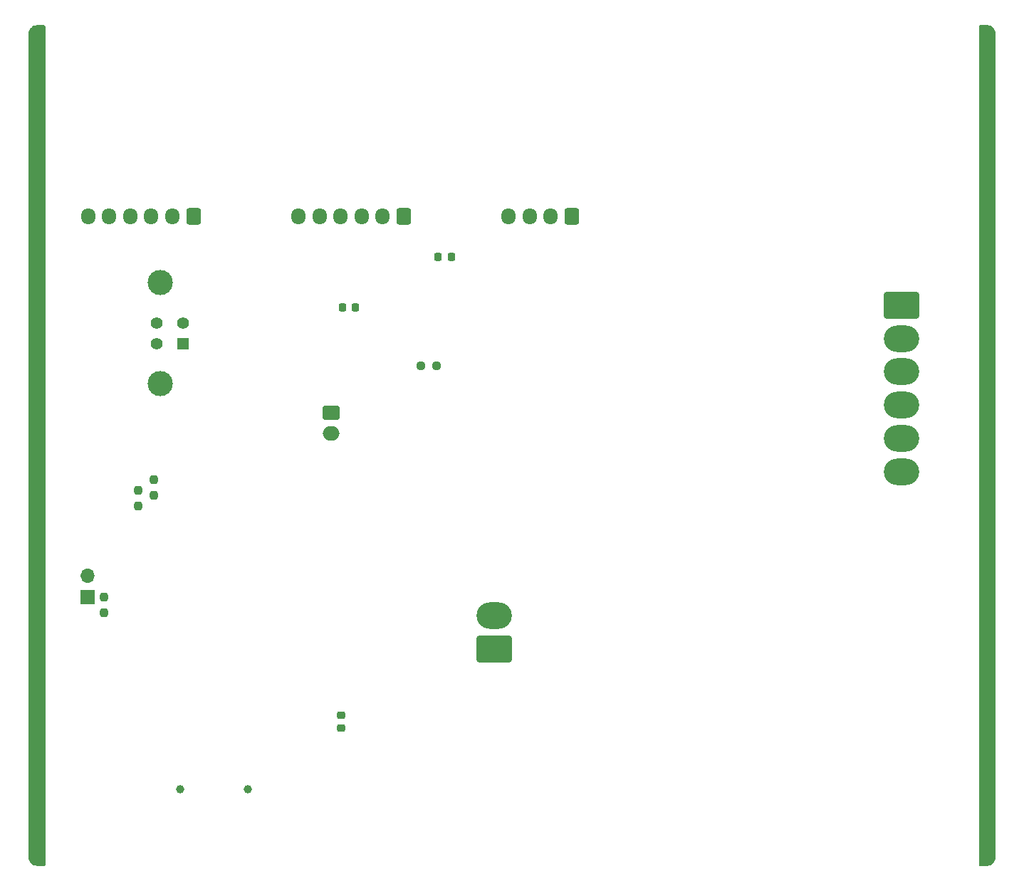
<source format=gbr>
%TF.GenerationSoftware,KiCad,Pcbnew,7.0.8-7.0.8~ubuntu22.04.1*%
%TF.CreationDate,2023-11-08T13:27:41+08:00*%
%TF.ProjectId,ECU,4543552e-6b69-4636-9164-5f7063625858,rev?*%
%TF.SameCoordinates,Original*%
%TF.FileFunction,Soldermask,Bot*%
%TF.FilePolarity,Negative*%
%FSLAX46Y46*%
G04 Gerber Fmt 4.6, Leading zero omitted, Abs format (unit mm)*
G04 Created by KiCad (PCBNEW 7.0.8-7.0.8~ubuntu22.04.1) date 2023-11-08 13:27:41*
%MOMM*%
%LPD*%
G01*
G04 APERTURE LIST*
G04 Aperture macros list*
%AMRoundRect*
0 Rectangle with rounded corners*
0 $1 Rounding radius*
0 $2 $3 $4 $5 $6 $7 $8 $9 X,Y pos of 4 corners*
0 Add a 4 corners polygon primitive as box body*
4,1,4,$2,$3,$4,$5,$6,$7,$8,$9,$2,$3,0*
0 Add four circle primitives for the rounded corners*
1,1,$1+$1,$2,$3*
1,1,$1+$1,$4,$5*
1,1,$1+$1,$6,$7*
1,1,$1+$1,$8,$9*
0 Add four rect primitives between the rounded corners*
20,1,$1+$1,$2,$3,$4,$5,0*
20,1,$1+$1,$4,$5,$6,$7,0*
20,1,$1+$1,$6,$7,$8,$9,0*
20,1,$1+$1,$8,$9,$2,$3,0*%
G04 Aperture macros list end*
%ADD10RoundRect,0.250000X0.600000X0.725000X-0.600000X0.725000X-0.600000X-0.725000X0.600000X-0.725000X0*%
%ADD11O,1.700000X1.950000*%
%ADD12RoundRect,0.250000X-0.750000X0.600000X-0.750000X-0.600000X0.750000X-0.600000X0.750000X0.600000X0*%
%ADD13O,2.000000X1.700000*%
%ADD14RoundRect,0.250000X1.850000X-1.330000X1.850000X1.330000X-1.850000X1.330000X-1.850000X-1.330000X0*%
%ADD15O,4.200000X3.160000*%
%ADD16RoundRect,0.225000X0.225000X0.250000X-0.225000X0.250000X-0.225000X-0.250000X0.225000X-0.250000X0*%
%ADD17R,1.400000X1.400000*%
%ADD18C,1.400000*%
%ADD19C,3.000000*%
%ADD20RoundRect,0.250000X-1.850000X1.330000X-1.850000X-1.330000X1.850000X-1.330000X1.850000X1.330000X0*%
%ADD21R,1.700000X1.700000*%
%ADD22O,1.700000X1.700000*%
%ADD23C,1.000000*%
%ADD24RoundRect,0.237500X0.237500X-0.250000X0.237500X0.250000X-0.237500X0.250000X-0.237500X-0.250000X0*%
%ADD25RoundRect,0.237500X-0.237500X0.250000X-0.237500X-0.250000X0.237500X-0.250000X0.237500X0.250000X0*%
%ADD26RoundRect,0.225000X-0.250000X0.225000X-0.250000X-0.225000X0.250000X-0.225000X0.250000X0.225000X0*%
%ADD27RoundRect,0.237500X-0.250000X-0.237500X0.250000X-0.237500X0.250000X0.237500X-0.250000X0.237500X0*%
G04 APERTURE END LIST*
D10*
%TO.C,J1*%
X154600000Y-72700000D03*
D11*
X152100000Y-72700000D03*
X149600000Y-72700000D03*
X147100000Y-72700000D03*
X144600000Y-72700000D03*
X142100000Y-72700000D03*
%TD*%
D12*
%TO.C,J8*%
X146000000Y-96100000D03*
D13*
X146000000Y-98600000D03*
%TD*%
D10*
%TO.C,J7*%
X174600000Y-72700000D03*
D11*
X172100000Y-72700000D03*
X169600000Y-72700000D03*
X167100000Y-72700000D03*
%TD*%
D14*
%TO.C,J5*%
X165380000Y-124210000D03*
D15*
X165380000Y-120250000D03*
%TD*%
D16*
%TO.C,C15*%
X160250000Y-77525000D03*
X158700000Y-77525000D03*
%TD*%
D10*
%TO.C,J3*%
X129600000Y-72700000D03*
D11*
X127100000Y-72700000D03*
X124600000Y-72700000D03*
X122100000Y-72700000D03*
X119600000Y-72700000D03*
X117100000Y-72700000D03*
%TD*%
D17*
%TO.C,J4*%
X128410000Y-87900000D03*
D18*
X128410000Y-85400000D03*
X125210000Y-85400000D03*
X125210000Y-87900000D03*
D19*
X125700000Y-80630000D03*
X125700000Y-92670000D03*
%TD*%
D15*
%TO.C,J6*%
X213800000Y-103100000D03*
X213800000Y-99140000D03*
X213800000Y-95180000D03*
X213800000Y-91220000D03*
X213800000Y-87260000D03*
D20*
X213800000Y-83300000D03*
%TD*%
D21*
%TO.C,JP1*%
X117000000Y-118010000D03*
D22*
X117000000Y-115470000D03*
%TD*%
D23*
%TO.C,J2*%
X128070000Y-140850000D03*
X136050000Y-140850000D03*
%TD*%
D24*
%TO.C,R8*%
X119000000Y-119860000D03*
X119000000Y-118035000D03*
%TD*%
D25*
%TO.C,R22*%
X123000000Y-105335000D03*
X123000000Y-107160000D03*
%TD*%
%TO.C,R7*%
X124920000Y-104065000D03*
X124920000Y-105890000D03*
%TD*%
D26*
%TO.C,C13*%
X147180000Y-132050000D03*
X147180000Y-133600000D03*
%TD*%
D16*
%TO.C,C21*%
X148850000Y-83612500D03*
X147300000Y-83612500D03*
%TD*%
D27*
%TO.C,R29*%
X156685000Y-90500000D03*
X158510000Y-90500000D03*
%TD*%
G36*
X111943039Y-50019685D02*
G01*
X111988794Y-50072489D01*
X112000000Y-50124000D01*
X112000000Y-149876000D01*
X111980315Y-149943039D01*
X111927511Y-149988794D01*
X111876000Y-150000000D01*
X111003049Y-150000000D01*
X110996968Y-149999701D01*
X110817065Y-149981982D01*
X110793224Y-149977240D01*
X110629001Y-149927424D01*
X110606543Y-149918121D01*
X110455201Y-149837227D01*
X110434989Y-149823722D01*
X110302333Y-149714854D01*
X110285145Y-149697666D01*
X110176277Y-149565010D01*
X110162772Y-149544798D01*
X110081878Y-149393456D01*
X110072575Y-149370998D01*
X110022759Y-149206775D01*
X110018017Y-149182934D01*
X110000299Y-149003032D01*
X110000000Y-148996951D01*
X110000000Y-51003048D01*
X110000299Y-50996967D01*
X110018017Y-50817065D01*
X110022759Y-50793224D01*
X110072575Y-50629001D01*
X110081878Y-50606543D01*
X110162772Y-50455201D01*
X110176277Y-50434989D01*
X110285145Y-50302333D01*
X110302333Y-50285145D01*
X110434989Y-50176277D01*
X110455201Y-50162772D01*
X110606543Y-50081878D01*
X110629001Y-50072575D01*
X110793224Y-50022759D01*
X110817065Y-50018017D01*
X110996969Y-50000299D01*
X111003049Y-50000000D01*
X111876000Y-50000000D01*
X111943039Y-50019685D01*
G37*
G36*
X224003032Y-50000299D02*
G01*
X224182934Y-50018017D01*
X224206775Y-50022759D01*
X224370998Y-50072575D01*
X224393456Y-50081878D01*
X224544798Y-50162772D01*
X224565010Y-50176277D01*
X224697666Y-50285145D01*
X224714854Y-50302333D01*
X224823722Y-50434989D01*
X224837227Y-50455201D01*
X224918121Y-50606543D01*
X224927424Y-50629001D01*
X224977240Y-50793224D01*
X224981982Y-50817065D01*
X224999701Y-50996967D01*
X225000000Y-51003048D01*
X225000000Y-148996951D01*
X224999701Y-149003032D01*
X224981982Y-149182934D01*
X224977240Y-149206775D01*
X224927424Y-149370998D01*
X224918121Y-149393456D01*
X224837227Y-149544798D01*
X224823722Y-149565010D01*
X224714854Y-149697666D01*
X224697666Y-149714854D01*
X224565010Y-149823722D01*
X224544798Y-149837227D01*
X224393456Y-149918121D01*
X224370998Y-149927424D01*
X224206775Y-149977240D01*
X224182934Y-149981982D01*
X224003032Y-149999701D01*
X223996951Y-150000000D01*
X223124000Y-150000000D01*
X223056961Y-149980315D01*
X223011206Y-149927511D01*
X223000000Y-149876000D01*
X223000000Y-50124000D01*
X223019685Y-50056961D01*
X223072489Y-50011206D01*
X223124000Y-50000000D01*
X223996951Y-50000000D01*
X224003032Y-50000299D01*
G37*
M02*

</source>
